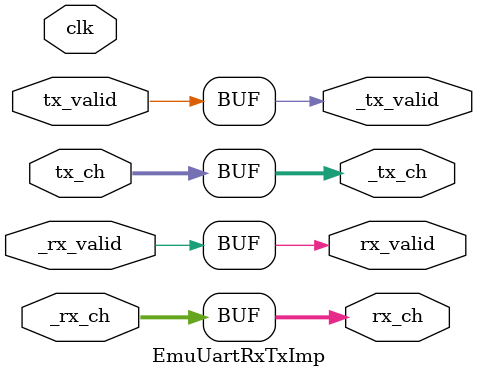
<source format=v>
`timescale 1ns / 1ps

`include "axi.vh"

module EmuUartRxTxImp (
    input  wire         clk,

    input  wire         tx_valid,
    input  wire [7:0]   tx_ch,
    output wire         rx_valid,
    output wire [7:0]   rx_ch,

    (* remu_signal, remu_trigger *)
    output wire         _tx_valid,
    (* remu_signal *)
    output wire [7:0]   _tx_ch,
    (* remu_signal *)
    input  wire         _rx_valid,
    (* remu_signal *)
    input  wire [7:0]   _rx_ch
);

    assign _tx_valid = tx_valid;
    assign _tx_ch = tx_ch;
    assign rx_valid = _rx_valid;
    assign rx_ch = _rx_ch;

endmodule

</source>
